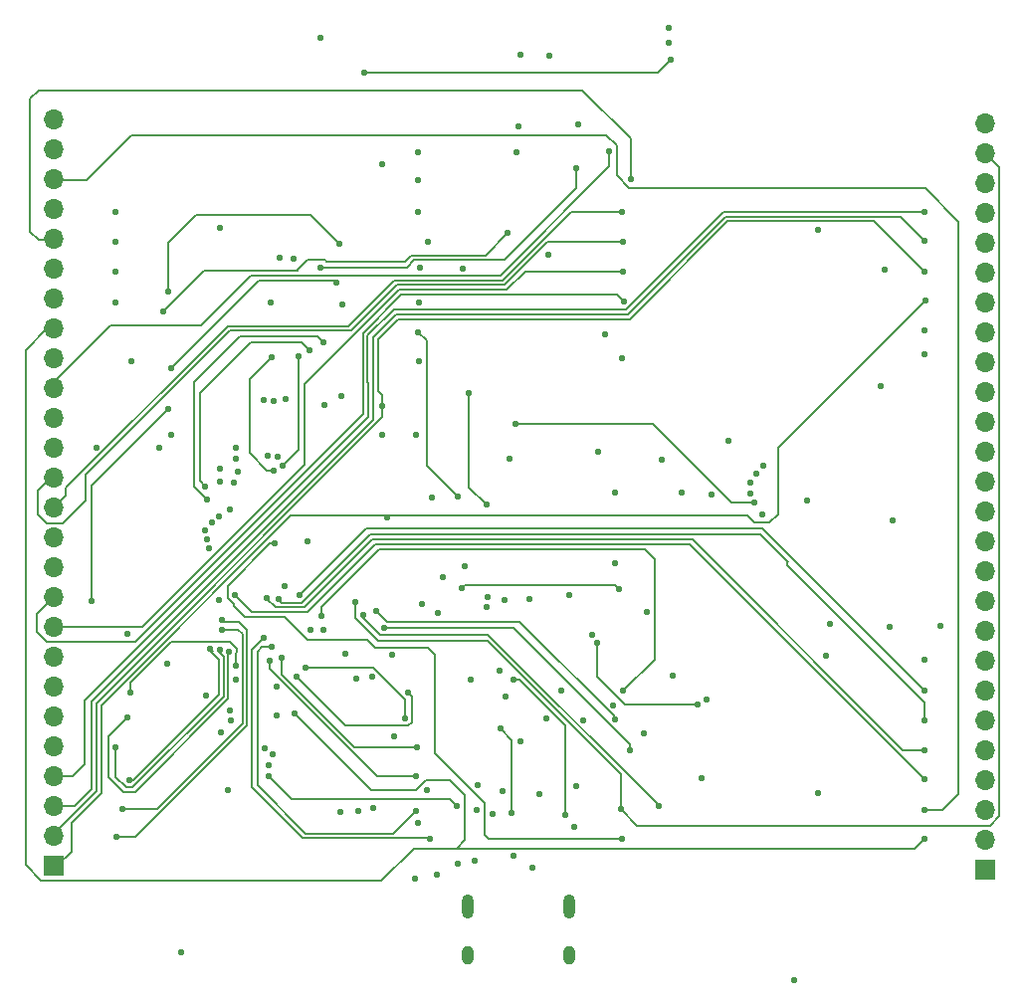
<source format=gbr>
%TF.GenerationSoftware,KiCad,Pcbnew,(6.0.7)*%
%TF.CreationDate,2022-08-29T18:43:19+02:00*%
%TF.ProjectId,UNIclicker,554e4963-6c69-4636-9b65-722e6b696361,rev?*%
%TF.SameCoordinates,Original*%
%TF.FileFunction,Copper,L2,Inr*%
%TF.FilePolarity,Positive*%
%FSLAX46Y46*%
G04 Gerber Fmt 4.6, Leading zero omitted, Abs format (unit mm)*
G04 Created by KiCad (PCBNEW (6.0.7)) date 2022-08-29 18:43:19*
%MOMM*%
%LPD*%
G01*
G04 APERTURE LIST*
%TA.AperFunction,ComponentPad*%
%ADD10R,1.700000X1.700000*%
%TD*%
%TA.AperFunction,ComponentPad*%
%ADD11O,1.700000X1.700000*%
%TD*%
%TA.AperFunction,ComponentPad*%
%ADD12O,1.000000X1.600000*%
%TD*%
%TA.AperFunction,ComponentPad*%
%ADD13O,1.000000X2.100000*%
%TD*%
%TA.AperFunction,ViaPad*%
%ADD14C,0.558800*%
%TD*%
%TA.AperFunction,Conductor*%
%ADD15C,0.200000*%
%TD*%
G04 APERTURE END LIST*
D10*
%TO.N,/NRST*%
%TO.C,J3*%
X97150000Y-88960000D03*
D11*
%TO.N,/VSYS*%
X97150000Y-86420000D03*
%TO.N,/VCC-5V*%
X97150000Y-83880000D03*
%TO.N,/VCC-3.3V*%
X97150000Y-81340000D03*
%TO.N,GND*%
X97150000Y-78800000D03*
X97150000Y-76260000D03*
X97150000Y-73720000D03*
X97150000Y-71180000D03*
%TO.N,/HDR-CAN-RX*%
X97150000Y-68640000D03*
%TO.N,/HDR-CAN-TX*%
X97150000Y-66100000D03*
%TO.N,/LAN-RX_N*%
X97150000Y-63560000D03*
%TO.N,/LAN-RX_P*%
X97150000Y-61020000D03*
%TO.N,/LAN-TX_N*%
X97150000Y-58480000D03*
%TO.N,/LAN-TX_P*%
X97150000Y-55940000D03*
%TO.N,/MB1-AN*%
X97150000Y-53400000D03*
%TO.N,/MB2-AN*%
X97150000Y-50860000D03*
%TO.N,/MB3-AN*%
X97150000Y-48320000D03*
%TO.N,/MB4-AN*%
X97150000Y-45780000D03*
%TO.N,/MB5-AN*%
X97150000Y-43240000D03*
%TO.N,/MB2-CS*%
X97150000Y-40700000D03*
%TO.N,/MB3-CS*%
X97150000Y-38160000D03*
%TO.N,/MB4-CS*%
X97150000Y-35620000D03*
%TO.N,/MB1-RST*%
X97150000Y-33080000D03*
%TO.N,/MB2-RST*%
X97150000Y-30540000D03*
%TO.N,/MB3-RST*%
X97150000Y-28000000D03*
%TO.N,/MB4-RST*%
X97150000Y-25460000D03*
%TD*%
D12*
%TO.N,GNDPWR*%
%TO.C,CN3*%
X53180000Y-96250000D03*
D13*
X53180000Y-92070000D03*
X61820000Y-92070000D03*
D12*
X61820000Y-96250000D03*
%TD*%
D10*
%TO.N,/MB1-MOSI*%
%TO.C,J2*%
X17900000Y-88625000D03*
D11*
%TO.N,/MB1-MISO*%
X17900000Y-86085000D03*
%TO.N,/MB1-SCK*%
X17900000Y-83545000D03*
%TO.N,/MB1-CS*%
X17900000Y-81005000D03*
%TO.N,/MB5-MOSI*%
X17900000Y-78465000D03*
%TO.N,/MB5-MISO*%
X17900000Y-75925000D03*
%TO.N,/MB5-SCK*%
X17900000Y-73385000D03*
%TO.N,/MB5-CS*%
X17900000Y-70845000D03*
%TO.N,/MB1-SCL*%
X17900000Y-68305000D03*
%TO.N,/MB1-SDA*%
X17900000Y-65765000D03*
%TO.N,/MB5-SCL*%
X17900000Y-63225000D03*
%TO.N,/MB5-SDA*%
X17900000Y-60685000D03*
%TO.N,/MB1-RX*%
X17900000Y-58145000D03*
%TO.N,/MB1-TX*%
X17900000Y-55605000D03*
%TO.N,/MB5-RX*%
X17900000Y-53065000D03*
%TO.N,/MB5-TX*%
X17900000Y-50525000D03*
%TO.N,/MB1-PWM*%
X17900000Y-47985000D03*
%TO.N,/MB2-PWM*%
X17900000Y-45445000D03*
%TO.N,/MB3-PWM*%
X17900000Y-42905000D03*
%TO.N,/MB4-PWM*%
X17900000Y-40365000D03*
%TO.N,/LCD-BPWM*%
X17900000Y-37825000D03*
%TO.N,/MB1-INT*%
X17900000Y-35285000D03*
%TO.N,/MB2-INT*%
X17900000Y-32745000D03*
%TO.N,/MB3-INT*%
X17900000Y-30205000D03*
%TO.N,/MB4-INT*%
X17900000Y-27665000D03*
%TO.N,/MB5-INT*%
X17900000Y-25125000D03*
%TD*%
D14*
%TO.N,/VCC-3.3V*%
X51000000Y-64050000D03*
X92025000Y-43075000D03*
X57325000Y-27900000D03*
X83650000Y-70700000D03*
X27675000Y-39725000D03*
X57050000Y-72775000D03*
X42200000Y-35650000D03*
X57475000Y-25650000D03*
X61425000Y-84275000D03*
X48925000Y-43175000D03*
X42475000Y-40875000D03*
X27537500Y-71387500D03*
X42275000Y-84000000D03*
X43675000Y-72650000D03*
X46850000Y-77550000D03*
X52275000Y-57175000D03*
%TO.N,GND*%
X50600000Y-67075000D03*
X61075000Y-73675000D03*
X57600000Y-78050000D03*
X48975000Y-45650000D03*
X39475000Y-61025000D03*
X60000000Y-36600000D03*
X93400000Y-68150000D03*
X75350000Y-52475000D03*
X24550000Y-45650000D03*
X53700000Y-88175000D03*
X50525000Y-89400000D03*
X54850000Y-65700000D03*
X62550000Y-25500000D03*
X66300000Y-45450000D03*
X49225000Y-66350000D03*
X57050000Y-87750000D03*
X92025000Y-45075000D03*
X62175000Y-85325000D03*
X24175000Y-68900000D03*
X68400000Y-67000000D03*
X81975000Y-57525000D03*
X53400000Y-72750000D03*
X46700000Y-70650000D03*
X63725000Y-68925000D03*
%TO.N,/VSYS*%
X55855000Y-71995000D03*
X56250000Y-65950000D03*
X68150000Y-77325000D03*
X59825000Y-76025000D03*
%TO.N,/VCC-5V*%
X91980000Y-71050000D03*
X58375000Y-65900000D03*
X64275000Y-53375000D03*
X65675000Y-62875000D03*
X83962500Y-68037500D03*
X64850000Y-43375000D03*
X61750000Y-65550000D03*
%TO.N,/VCC-USB*%
X65700000Y-56875000D03*
X70575000Y-72400000D03*
%TO.N,/VCC-BAT*%
X71325000Y-56875000D03*
X73050000Y-81175000D03*
X73475000Y-74425000D03*
%TO.N,/USB-VBUS*%
X54725000Y-66625000D03*
X52325000Y-88450000D03*
X52875000Y-63100000D03*
X56725000Y-53950000D03*
X55900000Y-76950000D03*
X56850000Y-84125000D03*
X45125000Y-83725000D03*
%TO.N,/LDO3V3*%
X28750000Y-95975000D03*
X55275000Y-84225000D03*
X64125000Y-69600000D03*
X62350000Y-81850000D03*
X72675000Y-74875000D03*
%TO.N,/REF*%
X27925000Y-46275000D03*
X41975000Y-39000000D03*
%TO.N,/LEDD*%
X53975000Y-81700000D03*
X27625000Y-49700000D03*
X21100000Y-66075000D03*
%TO.N,/Button_4*%
X48775000Y-51975000D03*
X27875000Y-51950000D03*
X45825000Y-51925000D03*
%TO.N,/LEDA*%
X32050000Y-54800000D03*
%TO.N,/LEDB*%
X27275000Y-41400000D03*
X56562500Y-34762500D03*
X26900000Y-53075000D03*
%TO.N,/LEDC*%
X32075000Y-55900000D03*
X50075000Y-57275000D03*
%TO.N,/MB5-SDA*%
X36175000Y-80025000D03*
%TO.N,/MB5-TX*%
X35900000Y-78600000D03*
%TO.N,/MB5-RX*%
X36575000Y-79100000D03*
%TO.N,/MB5-INT*%
X32150000Y-77275000D03*
%TO.N,/MB5-MOSI*%
X32950000Y-76225000D03*
%TO.N,/MB5-MISO*%
X32875000Y-75350000D03*
%TO.N,/MB5-SCK*%
X30875000Y-74125000D03*
%TO.N,/MB5-CS*%
X40900000Y-68550000D03*
X33375000Y-72800000D03*
%TO.N,/MB5-RST*%
X39800000Y-68525000D03*
%TO.N,/MB5-AN*%
X65975000Y-65050000D03*
X78225000Y-58750000D03*
X36925000Y-73375000D03*
X52600000Y-64975000D03*
%TO.N,/MB4-SDA*%
X48075000Y-73850000D03*
X38600000Y-72525000D03*
%TO.N,/MB4-SCL*%
X39300000Y-71725000D03*
X47825000Y-76100000D03*
%TO.N,/MB4-TX*%
X48825000Y-78550000D03*
X37350000Y-70900000D03*
%TO.N,/MB4-RX*%
X48750000Y-81000000D03*
X36275000Y-71150000D03*
%TO.N,/MB4-INT*%
X48775000Y-83900000D03*
X36500000Y-70000000D03*
%TO.N,/MB4-PWM*%
X21550000Y-53000000D03*
X35800000Y-69200000D03*
X49950000Y-86275000D03*
%TO.N,/MB4-MOSI*%
X24450000Y-73825000D03*
X33375000Y-71550000D03*
%TO.N,/MB4-MISO*%
X32800000Y-70375000D03*
X24175000Y-76000000D03*
%TO.N,/MB4-SCK*%
X32050000Y-70250000D03*
X23200000Y-78550000D03*
%TO.N,/MB4-CS*%
X88600000Y-37900000D03*
X31225000Y-70150000D03*
X24375000Y-81300000D03*
%TO.N,/MB4-RST*%
X32250000Y-68500000D03*
X23775000Y-83750000D03*
%TO.N,/MB4-AN*%
X23250000Y-86175000D03*
X32250000Y-67650000D03*
%TO.N,/MB3-SDA*%
X38825000Y-65575000D03*
X92000000Y-73700000D03*
%TO.N,/MB3-SCL*%
X92000000Y-76200000D03*
X37050000Y-65925000D03*
%TO.N,/MB3-TX*%
X92025000Y-78775000D03*
X36050000Y-65825000D03*
%TO.N,/MB3-RX*%
X92000000Y-81225000D03*
X33325000Y-65600000D03*
%TO.N,/MB3-INT*%
X92000000Y-83825000D03*
X31975000Y-66000000D03*
%TO.N,/MB3-PWM*%
X37550000Y-64800000D03*
X38450000Y-75675000D03*
X92000000Y-86300000D03*
X42750000Y-70550000D03*
%TO.N,/MB3-MOSI*%
X66350000Y-73725000D03*
X40700000Y-67325000D03*
%TO.N,/MB3-MISO*%
X65650000Y-76125000D03*
X45375000Y-66900000D03*
%TO.N,/MB3-SCK*%
X46000000Y-68325000D03*
X66950000Y-78775000D03*
%TO.N,/MB3-CS*%
X88300000Y-47800000D03*
X44275000Y-67300000D03*
X69375000Y-83550000D03*
%TO.N,/MB3-RST*%
X66175000Y-83800000D03*
X43600000Y-66200000D03*
%TO.N,/MB3-AN*%
X36750000Y-61200000D03*
X66225000Y-86275000D03*
%TO.N,/MB2-SDA*%
X31100000Y-61550000D03*
X23200000Y-40650000D03*
%TO.N,/MB2-SCL*%
X23175000Y-38075000D03*
X30975000Y-60800000D03*
%TO.N,/MB2-TX*%
X23150000Y-35500000D03*
X30750000Y-60050000D03*
%TO.N,/MB2-RX*%
X23150000Y-32975000D03*
X31350000Y-59400000D03*
%TO.N,/MB2-INT*%
X31975000Y-58875000D03*
%TO.N,/MB2-PWM*%
X32925000Y-58250000D03*
%TO.N,/MB2-MOSI*%
X31000000Y-57475000D03*
X49025000Y-40675000D03*
X40900000Y-44075000D03*
%TO.N,/MB2-MISO*%
X39675000Y-44700000D03*
X49100000Y-37750000D03*
X30825000Y-56300000D03*
%TO.N,/MB2-SCK*%
X37400000Y-54550000D03*
X38725000Y-45250000D03*
X49775000Y-35550000D03*
%TO.N,/MB2-CS*%
X48925000Y-32975000D03*
X36625000Y-54950000D03*
X36475000Y-45325000D03*
%TO.N,/MB2-RST*%
X48950000Y-30225000D03*
X33250000Y-55975000D03*
%TO.N,/MB2-AN*%
X48950000Y-27875000D03*
X33575000Y-55100000D03*
%TO.N,/MB1-SDA*%
X36950000Y-53800000D03*
X66400000Y-40600000D03*
%TO.N,/MB1-SCL*%
X36112500Y-53687500D03*
X66325000Y-38025000D03*
%TO.N,/MB1-TX*%
X66325000Y-35550000D03*
X33425000Y-53950000D03*
%TO.N,/MB1-RX*%
X66300000Y-32950000D03*
X33400000Y-53025000D03*
%TO.N,/MB1-INT*%
X67000000Y-30200000D03*
X42350000Y-48675000D03*
%TO.N,/MB1-PWM*%
X40925000Y-49400000D03*
X65200000Y-27825000D03*
%TO.N,/MB1-MOSI*%
X92050000Y-40500000D03*
X46275000Y-58925000D03*
%TO.N,/MB1-MISO*%
X45875000Y-49450000D03*
X92000000Y-38050000D03*
%TO.N,/MB1-SCK*%
X52750000Y-37775000D03*
X92000000Y-35425000D03*
%TO.N,/MB1-CS*%
X37675000Y-48900000D03*
X92025000Y-32950000D03*
%TO.N,/MB1-RST*%
X36625000Y-49075000D03*
%TO.N,/MB1-AN*%
X35750000Y-49000000D03*
%TO.N,/PROG-MUX*%
X40600000Y-18125000D03*
X36350000Y-40700000D03*
%TO.N,/NRST*%
X62400000Y-29275000D03*
X40575000Y-37675000D03*
X70225000Y-17275000D03*
%TO.N,/TCK{slash}SCK{slash}PGC*%
X60050000Y-19700000D03*
X38325000Y-36975000D03*
%TO.N,/TMS{slash}MOSI*%
X57600000Y-19625000D03*
X37175000Y-36900000D03*
%TO.N,GNDPWR*%
X82950000Y-34500000D03*
X82925000Y-82375000D03*
X80875000Y-98300000D03*
X32775000Y-82125000D03*
X32050000Y-34300000D03*
%TO.N,/CAN-RX*%
X89300000Y-59200000D03*
X89000000Y-68250000D03*
%TO.N,/USB_PSW*%
X77525000Y-57700000D03*
X57220000Y-51030000D03*
%TO.N,/USB-SW-ID*%
X48875000Y-84975000D03*
X77150000Y-56900000D03*
%TO.N,/USB-D_P*%
X59200000Y-82525000D03*
X77175000Y-55975000D03*
%TO.N,/USB-D_N*%
X56100000Y-82225000D03*
X77700000Y-55275000D03*
%TO.N,/VBUS*%
X49700000Y-82175000D03*
X78300000Y-54575000D03*
%TO.N,/CC2*%
X58650000Y-88750000D03*
X53925000Y-83850000D03*
%TO.N,Net-(J10-Pad6)*%
X70375000Y-20000000D03*
X44325000Y-21100000D03*
%TO.N,Net-(J10-Pad8)*%
X45850000Y-28900000D03*
X70275000Y-18600000D03*
%TO.N,Net-(LED1-Pad1)*%
X62975000Y-76200000D03*
X36900000Y-75850000D03*
X43812500Y-83937500D03*
%TO.N,/USB_PSW!*%
X53237500Y-48350000D03*
X52175000Y-83500000D03*
X54750000Y-57900000D03*
X44975000Y-72525000D03*
X36225000Y-81000000D03*
%TO.N,/PWR-EN*%
X56400000Y-74200000D03*
X48675000Y-89675000D03*
X65500000Y-74925000D03*
%TO.N,Net-(M1-Pad3)*%
X73850000Y-57050000D03*
X69625000Y-54050000D03*
%TD*%
D15*
%TO.N,/VCC-3.3V*%
X49650000Y-54550000D02*
X52275000Y-57175000D01*
X61425000Y-76650000D02*
X57550000Y-72775000D01*
X27675000Y-35575000D02*
X30025000Y-33225000D01*
X39775000Y-33225000D02*
X42175000Y-35625000D01*
X48925000Y-43175000D02*
X49650000Y-43900000D01*
X57550000Y-72775000D02*
X57050000Y-72775000D01*
X49650000Y-43900000D02*
X49650000Y-54550000D01*
X61425000Y-84275000D02*
X61425000Y-76650000D01*
X30025000Y-33225000D02*
X39775000Y-33225000D01*
X27675000Y-39725000D02*
X27675000Y-35575000D01*
%TO.N,/USB-VBUS*%
X56850000Y-77900000D02*
X55900000Y-76950000D01*
X56850000Y-84125000D02*
X56850000Y-77900000D01*
%TO.N,/LDO3V3*%
X66525000Y-74875000D02*
X64125000Y-72475000D01*
X64125000Y-72475000D02*
X64125000Y-69600000D01*
X72675000Y-74875000D02*
X66525000Y-74875000D01*
%TO.N,/REF*%
X27925000Y-46275000D02*
X35350000Y-38850000D01*
X35350000Y-38850000D02*
X41825000Y-38850000D01*
X41825000Y-38850000D02*
X41975000Y-39000000D01*
%TO.N,/LEDD*%
X21100000Y-56225000D02*
X21100000Y-66075000D01*
X27625000Y-49700000D02*
X21100000Y-56225000D01*
%TO.N,/LEDB*%
X35925000Y-37950000D02*
X30725000Y-37950000D01*
X54650000Y-36675000D02*
X49575000Y-36675000D01*
X38700000Y-37900000D02*
X38650000Y-37950000D01*
X56562500Y-34762500D02*
X54650000Y-36675000D01*
X38650000Y-37950000D02*
X35925000Y-37950000D01*
X39525000Y-37075000D02*
X38700000Y-37900000D01*
X41000000Y-37075000D02*
X39525000Y-37075000D01*
X41100000Y-37175000D02*
X41000000Y-37075000D01*
X49575000Y-36675000D02*
X48350000Y-36675000D01*
X30725000Y-37950000D02*
X27275000Y-41400000D01*
X48350000Y-36675000D02*
X47850000Y-37175000D01*
X47850000Y-37175000D02*
X41100000Y-37175000D01*
%TO.N,/MB5-AN*%
X52600000Y-64975000D02*
X52850000Y-64725000D01*
X65650000Y-64725000D02*
X65975000Y-65050000D01*
X52850000Y-64725000D02*
X65650000Y-64725000D01*
%TO.N,/MB4-SDA*%
X42750000Y-76700000D02*
X48100000Y-76700000D01*
X48100000Y-76700000D02*
X48425000Y-76375000D01*
X48425000Y-76375000D02*
X48425000Y-74200000D01*
X38600000Y-72550000D02*
X42750000Y-76700000D01*
X38600000Y-72525000D02*
X38600000Y-72550000D01*
X48425000Y-74200000D02*
X48075000Y-73850000D01*
%TO.N,/MB4-SCL*%
X47825000Y-74475000D02*
X47825000Y-76100000D01*
X39300000Y-71725000D02*
X39350000Y-71775000D01*
X39350000Y-71775000D02*
X45125000Y-71775000D01*
X45125000Y-71775000D02*
X47825000Y-74475000D01*
%TO.N,/MB4-TX*%
X37350000Y-72375000D02*
X43525000Y-78550000D01*
X43525000Y-78550000D02*
X48825000Y-78550000D01*
X37350000Y-70900000D02*
X37350000Y-72375000D01*
%TO.N,/MB4-RX*%
X36275000Y-71150000D02*
X36275000Y-71875000D01*
X45400000Y-81000000D02*
X48750000Y-81000000D01*
X36275000Y-71875000D02*
X45400000Y-81000000D01*
%TO.N,/MB4-INT*%
X46825000Y-85850000D02*
X39350000Y-85850000D01*
X35250000Y-81750000D02*
X35250000Y-70375000D01*
X39350000Y-85850000D02*
X35250000Y-81750000D01*
X35625000Y-70000000D02*
X36500000Y-70000000D01*
X35250000Y-70375000D02*
X35625000Y-70000000D01*
X48775000Y-83900000D02*
X46825000Y-85850000D01*
%TO.N,/MB4-PWM*%
X34800000Y-81950000D02*
X39100000Y-86250000D01*
X34800000Y-70200000D02*
X34800000Y-81950000D01*
X35800000Y-69200000D02*
X34800000Y-70200000D01*
X39100000Y-86250000D02*
X49925000Y-86250000D01*
X49925000Y-86250000D02*
X49950000Y-86275000D01*
%TO.N,/MB4-MOSI*%
X32900000Y-69550000D02*
X27950000Y-69550000D01*
X33375000Y-71550000D02*
X33375000Y-70550000D01*
X33500000Y-70150000D02*
X32900000Y-69550000D01*
X33375000Y-71025000D02*
X33425000Y-70975000D01*
X33375000Y-71550000D02*
X33375000Y-71025000D01*
X33500000Y-70425000D02*
X33500000Y-70150000D01*
X24450000Y-73050000D02*
X24450000Y-73825000D01*
X33375000Y-70550000D02*
X33500000Y-70425000D01*
X27950000Y-69550000D02*
X24450000Y-73050000D01*
%TO.N,/MB4-MISO*%
X32775000Y-70400000D02*
X32775000Y-74400000D01*
X32775000Y-74400000D02*
X24850000Y-82325000D01*
X32800000Y-70375000D02*
X32775000Y-70400000D01*
X22600000Y-81075000D02*
X22600000Y-77575000D01*
X24850000Y-82325000D02*
X23850000Y-82325000D01*
X22600000Y-77575000D02*
X24175000Y-76000000D01*
X23850000Y-82325000D02*
X22600000Y-81075000D01*
%TO.N,/MB4-SCK*%
X32375000Y-70775000D02*
X32050000Y-70450000D01*
X32050000Y-70250000D02*
X32175000Y-70375000D01*
X23200000Y-78550000D02*
X23200000Y-81050000D01*
X24650000Y-81925000D02*
X32375000Y-74200000D01*
X32050000Y-70450000D02*
X32050000Y-70250000D01*
X23200000Y-81050000D02*
X24075000Y-81925000D01*
X32375000Y-74200000D02*
X32375000Y-70775000D01*
X24075000Y-81925000D02*
X24650000Y-81925000D01*
%TO.N,/MB4-CS*%
X31225000Y-70300000D02*
X31225000Y-70150000D01*
X24375000Y-81300000D02*
X24700000Y-81300000D01*
X31225000Y-70150000D02*
X31475000Y-70400000D01*
X24700000Y-81300000D02*
X31975000Y-74025000D01*
X31975000Y-74025000D02*
X31975000Y-71050000D01*
X31975000Y-71050000D02*
X31225000Y-70300000D01*
%TO.N,/MB4-RST*%
X33975000Y-76500000D02*
X26725000Y-83750000D01*
X33600000Y-68500000D02*
X33975000Y-68875000D01*
X26725000Y-83750000D02*
X23775000Y-83750000D01*
X33975000Y-68875000D02*
X33975000Y-76500000D01*
X32250000Y-68500000D02*
X33600000Y-68500000D01*
%TO.N,/MB4-AN*%
X34375000Y-76700000D02*
X24900000Y-86175000D01*
X33700000Y-67850000D02*
X34375000Y-68525000D01*
X32450000Y-67850000D02*
X33700000Y-67850000D01*
X34375000Y-68525000D02*
X34375000Y-76700000D01*
X24900000Y-86175000D02*
X23250000Y-86175000D01*
X32250000Y-67650000D02*
X32450000Y-67850000D01*
%TO.N,/MB3-SDA*%
X78200000Y-59900000D02*
X44525000Y-59900000D01*
X44525000Y-59900000D02*
X38850000Y-65575000D01*
X38850000Y-65575000D02*
X38825000Y-65575000D01*
X92000000Y-73700000D02*
X78200000Y-59900000D01*
%TO.N,/MB3-SCL*%
X39000000Y-66225000D02*
X44850000Y-60375000D01*
X78025000Y-60375000D02*
X80400000Y-62750000D01*
X37050000Y-65925000D02*
X37350000Y-66225000D01*
X92000000Y-74675000D02*
X92000000Y-76200000D01*
X80350000Y-62750000D02*
X80350000Y-63025000D01*
X44850000Y-60375000D02*
X78025000Y-60375000D01*
X80350000Y-63025000D02*
X92000000Y-74675000D01*
X37350000Y-66225000D02*
X39000000Y-66225000D01*
%TO.N,/MB3-TX*%
X45025000Y-60850000D02*
X72250000Y-60850000D01*
X36050000Y-65825000D02*
X36050000Y-65875000D01*
X36800000Y-66625000D02*
X39250000Y-66625000D01*
X36050000Y-65875000D02*
X36800000Y-66625000D01*
X39250000Y-66625000D02*
X45025000Y-60850000D01*
X72250000Y-60850000D02*
X90175000Y-78775000D01*
X90175000Y-78775000D02*
X92025000Y-78775000D01*
%TO.N,/MB3-RX*%
X33325000Y-65600000D02*
X34750000Y-67025000D01*
X39475000Y-67025000D02*
X45250000Y-61250000D01*
X33325000Y-65600000D02*
X33400000Y-65525000D01*
X34750000Y-67025000D02*
X39475000Y-67025000D01*
X45250000Y-61250000D02*
X72025000Y-61250000D01*
X72025000Y-61250000D02*
X92000000Y-81225000D01*
%TO.N,/MB3-INT*%
X66875000Y-30950000D02*
X65800000Y-29875000D01*
X65800000Y-29875000D02*
X65800000Y-27325000D01*
X94900000Y-82475000D02*
X94900000Y-33800000D01*
X93550000Y-83825000D02*
X94900000Y-82475000D01*
X94900000Y-33800000D02*
X92050000Y-30950000D01*
X92050000Y-30950000D02*
X66875000Y-30950000D01*
X92000000Y-83825000D02*
X93550000Y-83825000D01*
X64925000Y-26450000D02*
X24500000Y-26450000D01*
X20700000Y-30250000D02*
X17945000Y-30250000D01*
X65800000Y-27325000D02*
X64925000Y-26450000D01*
X17945000Y-30250000D02*
X17900000Y-30205000D01*
X24500000Y-26450000D02*
X20700000Y-30250000D01*
%TO.N,/MB3-PWM*%
X52900000Y-82575000D02*
X52900000Y-86425000D01*
X44900000Y-82125000D02*
X48775000Y-82125000D01*
X48775000Y-82125000D02*
X49575000Y-81325000D01*
X52900000Y-86425000D02*
X52200000Y-87125000D01*
X92000000Y-86300000D02*
X91175000Y-87125000D01*
X15525000Y-88550000D02*
X15525000Y-44700000D01*
X45800000Y-89875000D02*
X16850000Y-89875000D01*
X38450000Y-75675000D02*
X44900000Y-82125000D01*
X49575000Y-81325000D02*
X51650000Y-81325000D01*
X48550000Y-87125000D02*
X45800000Y-89875000D01*
X51650000Y-81325000D02*
X52900000Y-82575000D01*
X52200000Y-87125000D02*
X51600000Y-87125000D01*
X17320000Y-42905000D02*
X17900000Y-42905000D01*
X15525000Y-44700000D02*
X17320000Y-42905000D01*
X16850000Y-89875000D02*
X15525000Y-88550000D01*
X51600000Y-87125000D02*
X48550000Y-87125000D01*
X91175000Y-87125000D02*
X52200000Y-87125000D01*
%TO.N,/MB3-MOSI*%
X69025000Y-71050000D02*
X69025000Y-62500000D01*
X66350000Y-73725000D02*
X69025000Y-71050000D01*
X45575000Y-61675000D02*
X40700000Y-66550000D01*
X68200000Y-61675000D02*
X45575000Y-61675000D01*
X40700000Y-66550000D02*
X40700000Y-67325000D01*
X69025000Y-62500000D02*
X68200000Y-61675000D01*
%TO.N,/MB3-MISO*%
X65650000Y-75925000D02*
X57550000Y-67825000D01*
X57550000Y-67825000D02*
X46300000Y-67825000D01*
X65650000Y-76125000D02*
X65650000Y-75925000D01*
X46300000Y-67825000D02*
X45375000Y-66900000D01*
%TO.N,/MB3-SCK*%
X66950000Y-78250000D02*
X57050000Y-68350000D01*
X46025000Y-68350000D02*
X46000000Y-68325000D01*
X57050000Y-68350000D02*
X46025000Y-68350000D01*
X66950000Y-78775000D02*
X66950000Y-78250000D01*
%TO.N,/MB3-CS*%
X69375000Y-83550000D02*
X69375000Y-83425000D01*
X69375000Y-83425000D02*
X54875000Y-68925000D01*
X45700000Y-68925000D02*
X44275000Y-67500000D01*
X44275000Y-67500000D02*
X44275000Y-67300000D01*
X54875000Y-68925000D02*
X45700000Y-68925000D01*
%TO.N,/MB3-RST*%
X98350000Y-29200000D02*
X98350000Y-84400000D01*
X43600000Y-67525000D02*
X45500000Y-69425000D01*
X97150000Y-28000000D02*
X98350000Y-29200000D01*
X54800000Y-69425000D02*
X66175000Y-80800000D01*
X97550000Y-85200000D02*
X67575000Y-85200000D01*
X98350000Y-84400000D02*
X97550000Y-85200000D01*
X45500000Y-69425000D02*
X54800000Y-69425000D01*
X43600000Y-66200000D02*
X43600000Y-67525000D01*
X66175000Y-80800000D02*
X66175000Y-83800000D01*
X67575000Y-85200000D02*
X66175000Y-83800000D01*
%TO.N,/MB3-AN*%
X32725000Y-64800000D02*
X32725000Y-65825000D01*
X32725000Y-65825000D02*
X33225000Y-66325000D01*
X39500000Y-69350000D02*
X44575000Y-69350000D01*
X54600000Y-83275000D02*
X54600000Y-85975000D01*
X44575000Y-69350000D02*
X45250000Y-70025000D01*
X50375000Y-79050000D02*
X54600000Y-83275000D01*
X36750000Y-61200000D02*
X36325000Y-61200000D01*
X54600000Y-85975000D02*
X54900000Y-86275000D01*
X50375000Y-70625000D02*
X50375000Y-79050000D01*
X33225000Y-66525000D02*
X34150000Y-67450000D01*
X34150000Y-67450000D02*
X37600000Y-67450000D01*
X45250000Y-70025000D02*
X49775000Y-70025000D01*
X54900000Y-86275000D02*
X66225000Y-86275000D01*
X36325000Y-61200000D02*
X32725000Y-64800000D01*
X49775000Y-70025000D02*
X50375000Y-70625000D01*
X37600000Y-67450000D02*
X39500000Y-69350000D01*
X33225000Y-66325000D02*
X33225000Y-66525000D01*
%TO.N,/MB2-PWM*%
X17555000Y-45445000D02*
X17900000Y-45445000D01*
%TO.N,/MB2-MOSI*%
X29875000Y-47900000D02*
X29875000Y-47450000D01*
X33800000Y-43550000D02*
X40375000Y-43550000D01*
X29875000Y-47450000D02*
X33600000Y-43725000D01*
X40375000Y-43550000D02*
X40900000Y-44075000D01*
X31000000Y-57475000D02*
X29875000Y-56350000D01*
X29875000Y-56350000D02*
X29875000Y-47900000D01*
X33775000Y-43550000D02*
X33800000Y-43550000D01*
X33600000Y-43725000D02*
X33775000Y-43550000D01*
%TO.N,/MB2-MISO*%
X30350000Y-55825000D02*
X30825000Y-56300000D01*
X39025000Y-44050000D02*
X34675000Y-44050000D01*
X34675000Y-44050000D02*
X30350000Y-48375000D01*
X30350000Y-48375000D02*
X30350000Y-55825000D01*
X39675000Y-44700000D02*
X39025000Y-44050000D01*
%TO.N,/MB2-SCK*%
X38750000Y-53200000D02*
X37400000Y-54550000D01*
X38725000Y-45250000D02*
X38750000Y-45275000D01*
X38750000Y-45275000D02*
X38750000Y-53200000D01*
%TO.N,/MB2-CS*%
X36475000Y-45325000D02*
X34575000Y-47225000D01*
X34575000Y-47225000D02*
X34575000Y-53450000D01*
X34575000Y-53450000D02*
X36075000Y-54950000D01*
X36075000Y-54950000D02*
X36625000Y-54950000D01*
%TO.N,/MB1-SDA*%
X16500000Y-67165000D02*
X17900000Y-65765000D01*
X16500000Y-68725000D02*
X16500000Y-67165000D01*
X44225000Y-50200000D02*
X24875000Y-69550000D01*
X24875000Y-69550000D02*
X17325000Y-69550000D01*
X44225000Y-43275000D02*
X44225000Y-50200000D01*
X47475000Y-40025000D02*
X44225000Y-43275000D01*
X65825000Y-40025000D02*
X47475000Y-40025000D01*
X17325000Y-69550000D02*
X16500000Y-68725000D01*
X66400000Y-40600000D02*
X65825000Y-40025000D01*
%TO.N,/MB1-SCL*%
X25445000Y-68305000D02*
X17900000Y-68305000D01*
X56450000Y-39600000D02*
X47275000Y-39600000D01*
X47275000Y-39600000D02*
X39250000Y-47625000D01*
X58025000Y-38025000D02*
X56450000Y-39600000D01*
X66325000Y-38025000D02*
X58025000Y-38025000D01*
X39250000Y-47625000D02*
X39250000Y-54500000D01*
X39250000Y-54500000D02*
X25445000Y-68305000D01*
%TO.N,/MB1-TX*%
X43200000Y-43075000D02*
X32925000Y-43075000D01*
X20650000Y-55350000D02*
X20650000Y-57525000D01*
X56300000Y-39175000D02*
X47100000Y-39175000D01*
X20650000Y-57525000D02*
X18725000Y-59450000D01*
X18725000Y-59450000D02*
X17300000Y-59450000D01*
X66325000Y-35550000D02*
X59925000Y-35550000D01*
X32925000Y-43075000D02*
X20650000Y-55350000D01*
X59925000Y-35550000D02*
X56300000Y-39175000D01*
X16550000Y-58700000D02*
X16550000Y-56700000D01*
X17300000Y-59450000D02*
X16550000Y-58700000D01*
X47100000Y-39175000D02*
X43200000Y-43075000D01*
X17645000Y-55605000D02*
X17900000Y-55605000D01*
X16550000Y-56700000D02*
X17645000Y-55605000D01*
%TO.N,/MB1-RX*%
X42950000Y-42675000D02*
X46850000Y-38775000D01*
X18920000Y-56455000D02*
X32700000Y-42675000D01*
X46850000Y-38775000D02*
X56125000Y-38775000D01*
X56125000Y-38775000D02*
X61950000Y-32950000D01*
X32700000Y-42675000D02*
X42950000Y-42675000D01*
X61950000Y-32950000D02*
X66300000Y-32950000D01*
X17900000Y-58145000D02*
X18920000Y-57125000D01*
X18920000Y-57125000D02*
X18920000Y-56455000D01*
%TO.N,/MB1-INT*%
X16625000Y-22600000D02*
X15900000Y-23325000D01*
X15900000Y-23325000D02*
X15900000Y-34625000D01*
X16650000Y-35375000D02*
X17810000Y-35375000D01*
X15900000Y-34625000D02*
X16650000Y-35375000D01*
X17810000Y-35375000D02*
X17900000Y-35285000D01*
X62900000Y-22600000D02*
X16625000Y-22600000D01*
X67000000Y-30200000D02*
X67025000Y-30175000D01*
X67025000Y-30175000D02*
X67025000Y-26725000D01*
X67025000Y-26725000D02*
X62900000Y-22600000D01*
%TO.N,/MB1-PWM*%
X17900000Y-47425000D02*
X17900000Y-47985000D01*
X30450000Y-42600000D02*
X22725000Y-42600000D01*
X22725000Y-42600000D02*
X17900000Y-47425000D01*
X55925000Y-38375000D02*
X34675000Y-38375000D01*
X65200000Y-27825000D02*
X65200000Y-29100000D01*
X65200000Y-29100000D02*
X55925000Y-38375000D01*
X34675000Y-38375000D02*
X30450000Y-42600000D01*
%TO.N,/MB1-MOSI*%
X46275000Y-58925000D02*
X46175000Y-58825000D01*
X79550000Y-58700000D02*
X79550000Y-53000000D01*
X79550000Y-53000000D02*
X92050000Y-40500000D01*
X77550000Y-59425000D02*
X78825000Y-59425000D01*
X21975000Y-74950000D02*
X21975000Y-82425000D01*
X46275000Y-58925000D02*
X46375000Y-58825000D01*
X18200000Y-88625000D02*
X17900000Y-88625000D01*
X19425000Y-84975000D02*
X19425000Y-87400000D01*
X38100000Y-58825000D02*
X21975000Y-74950000D01*
X46375000Y-58825000D02*
X76950000Y-58825000D01*
X19425000Y-87400000D02*
X18200000Y-88625000D01*
X21975000Y-82425000D02*
X19425000Y-84975000D01*
X46175000Y-58825000D02*
X38100000Y-58825000D01*
X76950000Y-58825000D02*
X77550000Y-59425000D01*
X78825000Y-59425000D02*
X79550000Y-58700000D01*
%TO.N,/MB1-MISO*%
X45875000Y-50450000D02*
X21550000Y-74775000D01*
X45525000Y-48175000D02*
X45875000Y-48525000D01*
X75275000Y-33775000D02*
X66975000Y-42075000D01*
X17900000Y-85925000D02*
X17900000Y-86085000D01*
X21550000Y-74775000D02*
X21550000Y-82275000D01*
X21550000Y-82275000D02*
X17900000Y-85925000D01*
X45525000Y-43800000D02*
X45525000Y-48175000D01*
X66975000Y-42075000D02*
X47250000Y-42075000D01*
X45875000Y-49450000D02*
X45875000Y-50450000D01*
X47250000Y-42075000D02*
X45525000Y-43800000D01*
X87725000Y-33775000D02*
X75275000Y-33775000D01*
X45875000Y-48525000D02*
X45875000Y-49450000D01*
X92000000Y-38050000D02*
X87725000Y-33775000D01*
%TO.N,/MB1-SCK*%
X21125000Y-74600000D02*
X21125000Y-82100000D01*
X89950000Y-33375000D02*
X75075000Y-33375000D01*
X75075000Y-33375000D02*
X66775000Y-41675000D01*
X66775000Y-41675000D02*
X47050000Y-41675000D01*
X47050000Y-41675000D02*
X45075000Y-43650000D01*
X21125000Y-82100000D02*
X19680000Y-83545000D01*
X19680000Y-83545000D02*
X17900000Y-83545000D01*
X92000000Y-35425000D02*
X89950000Y-33375000D01*
X45075000Y-43650000D02*
X45075000Y-50650000D01*
X45075000Y-50650000D02*
X21125000Y-74600000D01*
%TO.N,/MB1-CS*%
X44650000Y-50450000D02*
X44650000Y-47450000D01*
X44625000Y-47425000D02*
X44625000Y-43475000D01*
X46925000Y-41250000D02*
X46950000Y-41275000D01*
X46950000Y-41275000D02*
X66600000Y-41275000D01*
X20575000Y-74525000D02*
X44650000Y-50450000D01*
X66600000Y-41275000D02*
X74925000Y-32950000D01*
X44650000Y-47450000D02*
X44625000Y-47425000D01*
X17900000Y-81005000D02*
X19555000Y-81005000D01*
X46850000Y-41250000D02*
X46925000Y-41250000D01*
X44625000Y-43475000D02*
X46850000Y-41250000D01*
X19555000Y-81005000D02*
X20575000Y-79985000D01*
X74925000Y-32950000D02*
X92025000Y-32950000D01*
X20575000Y-79985000D02*
X20575000Y-74525000D01*
%TO.N,/NRST*%
X40575000Y-37675000D02*
X47975000Y-37675000D01*
X56275000Y-37075000D02*
X62400000Y-30950000D01*
X47975000Y-37675000D02*
X48575000Y-37075000D01*
X62400000Y-30950000D02*
X62400000Y-29275000D01*
X48575000Y-37075000D02*
X56275000Y-37075000D01*
%TO.N,/USB_PSW*%
X68905000Y-51030000D02*
X57220000Y-51030000D01*
X75575000Y-57700000D02*
X68905000Y-51030000D01*
X77525000Y-57700000D02*
X75575000Y-57700000D01*
%TO.N,Net-(J10-Pad6)*%
X44325000Y-21100000D02*
X69275000Y-21100000D01*
X69275000Y-21100000D02*
X70375000Y-20000000D01*
%TO.N,/USB_PSW!*%
X53237500Y-56387500D02*
X54750000Y-57900000D01*
X52175000Y-83500000D02*
X51625000Y-82950000D01*
X38175000Y-82950000D02*
X36225000Y-81000000D01*
X53237500Y-48350000D02*
X53237500Y-56387500D01*
X51625000Y-82950000D02*
X38175000Y-82950000D01*
%TD*%
M02*

</source>
